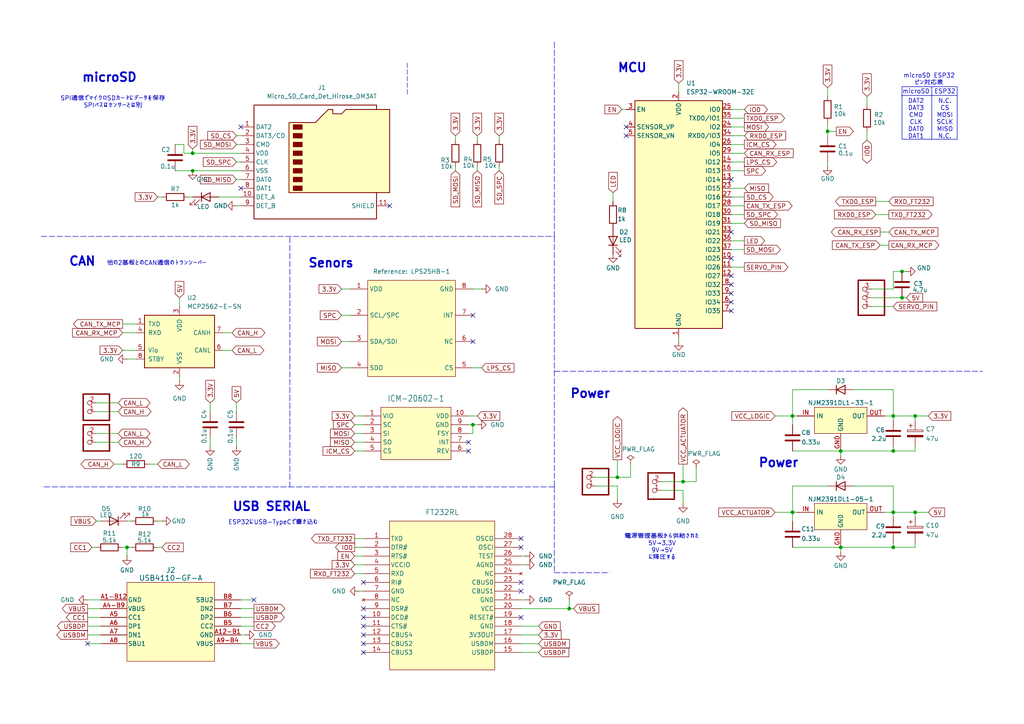
<source format=kicad_sch>
(kicad_sch (version 20231120) (generator "eeschema") (generator_version "8.0")
  (paper "A4")
  (lib_symbols
    (symbol "Connector:Micro_SD_Card_Det_Hirose_DM3AT"
      (property "Reference" "J" (at -16.51 17.78 0))
      (property "Value" "Micro_SD_Card_Det_Hirose_DM3AT" (at 16.51 17.78 0))
      (symbol "Micro_SD_Card_Det_Hirose_DM3AT_1_1"
        (pin bidirectional line (at -22.86 10.16 0) (length 3.81) (name "DAT2") (number "1"))
        (pin passive line (at -22.86 -10.16 0) (length 3.81) (name "DET_A") (number "10"))
        (pin passive line (at 20.32 -12.7 180) (length 3.81) (name "SHIELD") (number "11"))
        (pin bidirectional line (at -22.86 7.62 0) (length 3.81) (name "DAT3/CD") (number "2"))
        (pin input line (at -22.86 5.08 0) (length 3.81) (name "CMD") (number "3"))
        (pin power_in line (at -22.86 2.54 0) (length 3.81) (name "VDD") (number "4"))
        (pin input line (at -22.86 0 0) (length 3.81) (name "CLK") (number "5"))
        (pin power_in line (at -22.86 -2.54 0) (length 3.81) (name "VSS") (number "6"))
        (pin bidirectional line (at -22.86 -5.08 0) (length 3.81) (name "DAT0") (number "7"))
        (pin bidirectional line (at -22.86 -7.62 0) (length 3.81) (name "DAT1") (number "8"))
        (pin passive line (at -22.86 -12.7 0) (length 3.81) (name "DET_B") (number "9"))
      )
    )
    (symbol "Device:C" (pin_numbers hide) (pin_names (offset 0.254))
      (property "Reference" "C" (at 0.635 2.54 0))
      (property "Value" "C" (at 0.635 -2.54 0))
      (symbol "C_1_1"
        (pin passive line (at 0 3.81 270) (length 2.794) (name "~") (number "1"))
        (pin passive line (at 0 -3.81 90) (length 2.794) (name "~") (number "2"))
      )
    )
    (symbol "Device:C_Polarized" (pin_numbers hide) (pin_names (offset 0.254))
      (property "Reference" "C" (at 0.635 2.54 0))
      (property "Value" "C_Polarized" (at 0.635 -2.54 0))
      (symbol "C_Polarized_1_1"
        (pin passive line (at 0 3.81 270) (length 2.794) (name "~") (number "1"))
        (pin passive line (at 0 -3.81 90) (length 2.794) (name "~") (number "2"))
      )
    )
    (symbol "Device:D" (pin_numbers hide) (pin_names (offset 1.016) hide)
      (property "Reference" "D" (at 0 2.54 0))
      (property "Value" "D" (at 0 -2.54 0))
      (symbol "D_1_1"
        (pin passive line (at -3.81 0 0) (length 2.54) (name "K") (number "1"))
        (pin passive line (at 3.81 0 180) (length 2.54) (name "A") (number "2"))
      )
    )
    (symbol "Device:LED" (pin_numbers hide) (pin_names (offset 1.016) hide)
      (property "Reference" "D" (at 0 2.54 0))
      (property "Value" "LED" (at 0 -2.54 0))
      (symbol "LED_1_1"
        (pin passive line (at -3.81 0 0) (length 2.54) (name "K") (number "1"))
        (pin passive line (at 3.81 0 180) (length 2.54) (name "A") (number "2"))
      )
    )
    (symbol "Device:R" (pin_numbers hide) (pin_names (offset 0))
      (property "Reference" "R" (at 2.032 0 90))
      (property "Value" "R" (at 0 0 90))
      (symbol "R_1_1"
        (pin passive line (at 0 3.81 270) (length 1.27) (name "~") (number "1"))
        (pin passive line (at 0 -3.81 90) (length 1.27) (name "~") (number "2"))
      )
    )
    (symbol "FT232RL:FT232RL-REEL" (pin_names (offset 0.254))
      (property "Reference" "U" (at 22.86 10.16 0))
      (property "Value" "FT232RL" (at 22.86 7.62 0))
      (symbol "FT232RL-REEL_0_1"
        (pin unspecified line (at 0 0 0) (length 7.62) (name "TXD") (number "1"))
        (pin unspecified line (at 0 -22.86 0) (length 7.62) (name "DCD#") (number "10"))
        (pin unspecified line (at 0 -25.4 0) (length 7.62) (name "CTS#") (number "11"))
        (pin bidirectional line (at 0 -27.94 0) (length 7.62) (name "CBUS4") (number "12"))
        (pin bidirectional line (at 0 -30.48 0) (length 7.62) (name "CBUS2") (number "13"))
        (pin bidirectional line (at 0 -33.02 0) (length 7.62) (name "CBUS3") (number "14"))
        (pin unspecified line (at 45.72 -33.02 180) (length 7.62) (name "USBDP") (number "15"))
        (pin unspecified line (at 45.72 -30.48 180) (length 7.62) (name "USBDM") (number "16"))
        (pin output line (at 45.72 -27.94 180) (length 7.62) (name "3V3OUT") (number "17"))
        (pin unspecified line (at 45.72 -22.86 180) (length 7.62) (name "RESET#") (number "19"))
        (pin bidirectional line (at 45.72 -15.24 180) (length 7.62) (name "CBUS1") (number "22"))
        (pin bidirectional line (at 45.72 -12.7 180) (length 7.62) (name "CBUS0") (number "23"))
        (pin no_connect line (at 45.72 -10.16 180) (length 7.62) (name "NC") (number "24"))
        (pin power_out line (at 45.72 -7.62 180) (length 7.62) (name "AGND") (number "25"))
        (pin unspecified line (at 45.72 -2.54 180) (length 7.62) (name "OSCI") (number "27"))
        (pin unspecified line (at 45.72 0 180) (length 7.62) (name "OSCO") (number "28"))
        (pin unspecified line (at 0 -10.16 0) (length 7.62) (name "RXD") (number "5"))
        (pin unspecified line (at 0 -12.7 0) (length 7.62) (name "RI#") (number "6"))
        (pin no_connect line (at 0 -17.78 0) (length 7.62) (name "NC") (number "8"))
        (pin unspecified line (at 0 -20.32 0) (length 7.62) (name "DSR#") (number "9"))
      )
      (symbol "FT232RL-REEL_1_1"
        (pin input line (at 45.72 -25.4 180) (length 7.62) (name "GND") (number "18"))
        (pin output line (at 0 -2.54 0) (length 7.62) (name "DTR#") (number "2"))
        (pin power_in line (at 45.72 -20.32 180) (length 7.62) (name "VCC") (number "20"))
        (pin input line (at 45.72 -17.78 180) (length 7.62) (name "GND") (number "21"))
        (pin passive line (at 45.72 -5.08 180) (length 7.62) (name "TEST") (number "26"))
        (pin passive line (at 0 -5.08 0) (length 7.62) (name "RTS#") (number "3"))
        (pin power_in line (at 0 -7.62 0) (length 7.62) (name "VCCIO") (number "4"))
        (pin input line (at 0 -15.24 0) (length 7.62) (name "GND") (number "7"))
      )
    )
    (symbol "ICM20602_module:ICM20602_module"
      (property "Reference" "ICM20602" (at 5.334 3.81 0))
      (symbol "ICM20602_module_1_0"
        (pin bidirectional line (at 0 0 0) (length 5.08) (name "VIO") (number "1"))
        (pin bidirectional line (at 30.48 0 180) (length 5.08) (name "VDD") (number "10"))
        (pin bidirectional line (at 0 -2.54 0) (length 5.08) (name "SC") (number "2"))
        (pin bidirectional line (at 0 -5.08 0) (length 5.08) (name "SI") (number "3"))
        (pin bidirectional line (at 0 -7.62 0) (length 5.08) (name "SO") (number "4"))
        (pin bidirectional line (at 0 -10.16 0) (length 5.08) (name "CS") (number "5"))
        (pin bidirectional line (at 30.48 -10.16 180) (length 5.08) (name "REV") (number "6"))
        (pin bidirectional line (at 30.48 -7.62 180) (length 5.08) (name "INT") (number "7"))
        (pin bidirectional line (at 30.48 -5.08 180) (length 5.08) (name "FSY") (number "8"))
        (pin bidirectional line (at 30.48 -2.54 180) (length 5.08) (name "GND") (number "9"))
      )
    )
    (symbol "IL-G-2P:I-G-2P"
      (property "Reference" "ILG-2P" (at -3.81 3.175 0))
      (symbol "I-G-2P_1_0"
        (pin passive inverted (at 0 0 0) (length 2.54) (name "1") (number "1"))
        (pin passive inverted (at 0 -2.54 0) (length 2.54) (name "2") (number "2"))
      )
    )
    (symbol "IL-G-3P:IL-G-3P"
      (property "Reference" "ILG-3P" (at -3.81 5.715 0))
      (symbol "IL-G-3P_1_0"
        (pin passive inverted (at 0 2.54 0) (length 2.54) (name "1") (number "1"))
        (pin passive inverted (at 0 0 0) (length 2.54) (name "2") (number "2"))
        (pin passive inverted (at 0 -2.54 0) (length 2.54) (name "3") (number "3"))
      )
    )
    (symbol "Interface_CAN_LIN:MCP2562-E-SN" (pin_names (offset 1.016))
      (property "Reference" "U" (at -10.16 8.89 0))
      (property "Value" "MCP2562-E-SN" (at 2.54 8.89 0))
      (symbol "MCP2562-E-SN_1_1"
        (pin input line (at -12.7 5.08 0) (length 2.54) (name "TXD") (number "1"))
        (pin power_in line (at 0 -10.16 90) (length 2.54) (name "VSS") (number "2"))
        (pin power_in line (at 0 10.16 270) (length 2.54) (name "VDD") (number "3"))
        (pin output line (at -12.7 2.54 0) (length 2.54) (name "RXD") (number "4"))
        (pin power_in line (at -12.7 -2.54 0) (length 2.54) (name "Vio") (number "5"))
        (pin bidirectional line (at 12.7 -2.54 180) (length 2.54) (name "CANL") (number "6"))
        (pin bidirectional line (at 12.7 2.54 180) (length 2.54) (name "CANH") (number "7"))
        (pin input line (at -12.7 -5.08 0) (length 2.54) (name "STBY") (number "8"))
      )
    )
    (symbol "LPS25HB_module:LPS25HB"
      (property "Reference" "LPS25HB" (at 0.254 16.51 0) (show_name))
      (symbol "LPS25HB_1_0"
        (pin bidirectional line (at -17.78 11.43 0) (length 5.08) (name "VDD") (number "1"))
        (pin bidirectional line (at -17.78 3.81 0) (length 5.08) (name "SCL/SPC") (number "2"))
        (pin bidirectional line (at -17.78 -3.81 0) (length 5.08) (name "SDA/SDI") (number "3"))
        (pin bidirectional line (at -17.78 -11.43 0) (length 5.08) (name "SDO") (number "4"))
        (pin input line (at 17.78 -11.43 180) (length 5.08) (name "CS") (number "5"))
        (pin bidirectional line (at 17.78 -3.81 180) (length 5.08) (name "NC") (number "6"))
        (pin bidirectional line (at 17.78 3.81 180) (length 5.08) (name "INT") (number "7"))
        (pin bidirectional line (at 17.78 11.43 180) (length 5.08) (name "GND") (number "8"))
      )
    )
    (symbol "NJM2391DL:NJM2391DL1-33"
      (property "Reference" "NJM2391DL1-33" (at 0.254 4.318 0))
      (symbol "NJM2391DL1-33_1_0"
        (pin power_in line (at 0 -10.16 90) (length 5.08) (name "GND") (number "GND"))
        (pin input line (at -12.7 0 0) (length 5.08) (name "IN") (number "IN"))
        (pin output line (at 12.7 0 180) (length 5.08) (name "OUT") (number "OUT"))
      )
    )
    (symbol "RF_Module:ESP32-WROOM-32E"
      (property "Reference" "U" (at -12.7 34.29 0))
      (property "Value" "ESP32-WROOM-32E" (at 1.27 34.29 0))
      (symbol "ESP32-WROOM-32E_1_1"
        (pin power_in line (at 0 -35.56 90) (length 2.54) (name "GND") (number "1"))
        (pin bidirectional line (at 15.24 -12.7 180) (length 2.54) (name "IO25") (number "10"))
        (pin bidirectional line (at 15.24 -15.24 180) (length 2.54) (name "IO26") (number "11"))
        (pin bidirectional line (at 15.24 -17.78 180) (length 2.54) (name "IO27") (number "12"))
        (pin bidirectional line (at 15.24 10.16 180) (length 2.54) (name "IO14") (number "13"))
        (pin bidirectional line (at 15.24 15.24 180) (length 2.54) (name "IO12") (number "14"))
        (pin passive line (at 0 -35.56 90) (length 2.54) hide (name "GND") (number "15"))
        (pin bidirectional line (at 15.24 12.7 180) (length 2.54) (name "IO13") (number "16"))
        (pin no_connect line (at -12.7 -5.08 0) (length 2.54) hide (name "NC") (number "17"))
        (pin no_connect line (at -12.7 -7.62 0) (length 2.54) hide (name "NC") (number "18"))
        (pin no_connect line (at -12.7 -12.7 0) (length 2.54) hide (name "NC") (number "19"))
        (pin power_in line (at 0 35.56 270) (length 2.54) (name "VDD") (number "2"))
        (pin no_connect line (at -12.7 -10.16 0) (length 2.54) hide (name "NC") (number "20"))
        (pin no_connect line (at -12.7 0 0) (length 2.54) hide (name "NC") (number "21"))
        (pin no_connect line (at -12.7 -2.54 0) (length 2.54) hide (name "NC") (number "22"))
        (pin bidirectional line (at 15.24 7.62 180) (length 2.54) (name "IO15") (number "23"))
        (pin bidirectional line (at 15.24 25.4 180) (length 2.54) (name "IO2") (number "24"))
        (pin bidirectional line (at 15.24 30.48 180) (length 2.54) (name "IO0") (number "25"))
        (pin bidirectional line (at 15.24 20.32 180) (length 2.54) (name "IO4") (number "26"))
        (pin bidirectional line (at 15.24 5.08 180) (length 2.54) (name "IO16") (number "27"))
        (pin bidirectional line (at 15.24 2.54 180) (length 2.54) (name "IO17") (number "28"))
        (pin bidirectional line (at 15.24 17.78 180) (length 2.54) (name "IO5") (number "29"))
        (pin input line (at -15.24 30.48 0) (length 2.54) (name "EN") (number "3"))
        (pin bidirectional line (at 15.24 0 180) (length 2.54) (name "IO18") (number "30"))
        (pin bidirectional line (at 15.24 -2.54 180) (length 2.54) (name "IO19") (number "31"))
        (pin no_connect line (at -12.7 -27.94 0) (length 2.54) hide (name "NC") (number "32"))
        (pin bidirectional line (at 15.24 -5.08 180) (length 2.54) (name "IO21") (number "33"))
        (pin bidirectional line (at 15.24 22.86 180) (length 2.54) (name "RXD0/IO3") (number "34"))
        (pin bidirectional line (at 15.24 27.94 180) (length 2.54) (name "TXD0/IO1") (number "35"))
        (pin bidirectional line (at 15.24 -7.62 180) (length 2.54) (name "IO22") (number "36"))
        (pin bidirectional line (at 15.24 -10.16 180) (length 2.54) (name "IO23") (number "37"))
        (pin passive line (at 0 -35.56 90) (length 2.54) hide (name "GND") (number "38"))
        (pin passive line (at 0 -35.56 90) (length 2.54) hide (name "GND") (number "39"))
        (pin input line (at -15.24 25.4 0) (length 2.54) (name "SENSOR_VP") (number "4"))
        (pin input line (at -15.24 22.86 0) (length 2.54) (name "SENSOR_VN") (number "5"))
        (pin input line (at 15.24 -25.4 180) (length 2.54) (name "IO34") (number "6"))
        (pin input line (at 15.24 -27.94 180) (length 2.54) (name "IO35") (number "7"))
        (pin bidirectional line (at 15.24 -20.32 180) (length 2.54) (name "IO32") (number "8"))
        (pin bidirectional line (at 15.24 -22.86 180) (length 2.54) (name "IO33") (number "9"))
      )
    )
    (symbol "USB-4110-GF-A:USB4110-GF-A" (pin_names (offset 0.254))
      (property "Reference" "J" (at 20.32 10.16 0))
      (property "Value" "USB4110-GF-A" (at 20.32 7.62 0))
      (symbol "USB4110-GF-A_0_1"
        (pin power_in line (at 0 -2.54 0) (length 7.62) (name "VBUS") (number "A4-B9"))
        (pin bidirectional line (at 0 -5.08 0) (length 7.62) (name "CC1") (number "A5"))
        (pin bidirectional line (at 0 -7.62 0) (length 7.62) (name "DP1") (number "A6"))
        (pin bidirectional line (at 0 -10.16 0) (length 7.62) (name "DN1") (number "A7"))
        (pin bidirectional line (at 0 -12.7 0) (length 7.62) (name "SBU1") (number "A8"))
        (pin power_in line (at 40.64 -12.7 180) (length 7.62) (name "VBUS") (number "A9-B4"))
        (pin bidirectional line (at 40.64 -7.62 180) (length 7.62) (name "CC2") (number "B5"))
        (pin bidirectional line (at 40.64 -5.08 180) (length 7.62) (name "DP2") (number "B6"))
        (pin bidirectional line (at 40.64 -2.54 180) (length 7.62) (name "DN2") (number "B7"))
        (pin bidirectional line (at 40.64 0 180) (length 7.62) (name "SBU2") (number "B8"))
      )
      (symbol "USB4110-GF-A_1_1"
        (pin power_in line (at 0 0 0) (length 7.62) (name "GND") (number "A1-B12"))
        (pin power_in line (at 40.64 -10.16 180) (length 7.62) (name "GND") (number "A12-B1"))
      )
    )
    (symbol "power:GND" (power) (pin_numbers hide) (pin_names (offset 0) hide)
      (property "Value" "GND" (at 0 -3.81 0))
      (symbol "GND_1_1"
        (pin power_in line (at 0 0 270) (length 0) (name "~") (number "1"))
      )
    )
    (symbol "power:PWR_FLAG" (power) (pin_numbers hide) (pin_names (offset 0) hide)
      (property "Value" "PWR_FLAG" (at 0 3.81 0))
      (symbol "PWR_FLAG_0_0"
        (pin power_out line (at 0 0 90) (length 0) (name "~") (number "1"))
      )
    )
  )
  (junction (at 240.03 38.1))
  (junction (at 265.43 120.65))
  (junction (at 243.84 130.81))
  (junction (at 229.87 148.59))
  (junction (at 137.16 123.19))
  (junction (at 55.88 49.53))
  (junction (at 179.07 138.43))
  (junction (at 259.08 120.65))
  (junction (at 261.62 86.36))
  (junction (at 165.1 176.53))
  (junction (at 198.12 139.7))
  (junction (at 261.62 78.74))
  (junction (at 259.08 130.81))
  (junction (at 243.84 158.75))
  (junction (at 259.08 158.75))
  (junction (at 36.83 158.75))
  (junction (at 259.08 148.59))
  (junction (at 265.43 148.59))
  (junction (at 55.88 44.45))
  (junction (at 229.87 120.65))
  (no_connect (at 212.09 52.07))
  (no_connect (at 105.41 179.07))
  (no_connect (at 151.13 171.45))
  (no_connect (at 105.41 168.91))
  (no_connect (at 151.13 168.91))
  (no_connect (at 105.41 181.61))
  (no_connect (at 212.09 87.63))
  (no_connect (at 105.41 176.53))
  (no_connect (at 212.09 74.93))
  (no_connect (at 137.16 91.44))
  (no_connect (at 212.09 82.55))
  (no_connect (at 151.13 179.07))
  (no_connect (at 105.41 184.15))
  (no_connect (at 69.85 36.83))
  (no_connect (at 69.85 54.61))
  (no_connect (at 181.61 39.37))
  (no_connect (at 212.09 80.01))
  (no_connect (at 212.09 90.17))
  (no_connect (at 105.41 186.69))
  (no_connect (at 105.41 189.23))
  (no_connect (at 25.4 186.69))
  (no_connect (at 135.89 128.27))
  (no_connect (at 113.03 59.69))
  (no_connect (at 181.61 36.83))
  (no_connect (at 212.09 85.09))
  (no_connect (at 151.13 158.75))
  (no_connect (at 212.09 67.31))
  (no_connect (at 73.66 173.99))
  (no_connect (at 135.89 130.81))
  (no_connect (at 151.13 156.21))
  (no_connect (at 137.16 99.06))
  (wire (pts (xy 172.72 140.97) (xy 179.07 140.97)))
  (wire (pts (xy 247.65 140.97) (xy 259.08 140.97)))
  (wire (pts (xy 35.56 96.52) (xy 39.37 96.52)))
  (wire (pts (xy 45.72 158.75) (xy 46.99 158.75)))
  (wire (pts (xy 196.85 24.13) (xy 196.85 26.67)))
  (wire (pts (xy 215.9 69.85) (xy 212.09 69.85)))
  (wire (pts (xy 179.07 138.43) (xy 182.88 138.43)))
  (wire (pts (xy 102.87 158.75) (xy 105.41 158.75)))
  (wire (pts (xy 198.12 139.7) (xy 201.93 139.7)))
  (wire (pts (xy 25.4 181.61) (xy 29.21 181.61)))
  (wire (pts (xy 99.06 106.68) (xy 101.6 106.68)))
  (wire (pts (xy 259.08 148.59) (xy 259.08 149.86)))
  (wire (pts (xy 243.84 130.81) (xy 243.84 132.08)))
  (wire (pts (xy 259.08 129.54) (xy 259.08 130.81)))
  (wire (pts (xy 69.85 173.99) (xy 73.66 173.99)))
  (wire (pts (xy 215.9 57.15) (xy 212.09 57.15)))
  (wire (pts (xy 165.1 176.53) (xy 166.37 176.53)))
  (wire (pts (xy 240.03 25.4) (xy 240.03 27.94)))
  (wire (pts (xy 53.34 41.91) (xy 53.34 44.45)))
  (wire (pts (xy 25.4 179.07) (xy 29.21 179.07)))
  (wire (pts (xy 256.54 120.65) (xy 259.08 120.65)))
  (wire (pts (xy 68.58 119.38) (xy 68.58 116.84)))
  (wire (pts (xy 138.43 39.37) (xy 138.43 40.64)))
  (polyline (pts (xy 261.62 27.686) (xy 261.62 27.94)))
  (wire (pts (xy 231.14 120.65) (xy 229.87 120.65)))
  (wire (pts (xy 99.06 91.44) (xy 101.6 91.44)))
  (wire (pts (xy 64.77 101.6) (xy 67.31 101.6)))
  (wire (pts (xy 25.4 184.15) (xy 29.21 184.15)))
  (wire (pts (xy 251.46 38.1) (xy 251.46 40.64)))
  (wire (pts (xy 182.88 134.62) (xy 182.88 138.43)))
  (wire (pts (xy 229.87 113.03) (xy 240.03 113.03)))
  (wire (pts (xy 265.43 120.65) (xy 269.24 120.65)))
  (wire (pts (xy 55.88 49.53) (xy 69.85 49.53)))
  (wire (pts (xy 252.73 86.36) (xy 261.62 86.36)))
  (wire (pts (xy 25.4 186.69) (xy 29.21 186.69)))
  (wire (pts (xy 215.9 41.91) (xy 212.09 41.91)))
  (wire (pts (xy 243.84 158.75) (xy 243.84 160.02)))
  (wire (pts (xy 45.72 57.15) (xy 46.99 57.15)))
  (wire (pts (xy 27.94 151.13) (xy 29.21 151.13)))
  (wire (pts (xy 259.08 140.97) (xy 259.08 148.59)))
  (wire (pts (xy 240.03 38.1) (xy 240.03 39.37)))
  (wire (pts (xy 63.5 57.15) (xy 69.85 57.15)))
  (wire (pts (xy 240.03 46.99) (xy 240.03 48.26)))
  (wire (pts (xy 35.56 158.75) (xy 36.83 158.75)))
  (wire (pts (xy 36.83 151.13) (xy 38.1 151.13)))
  (wire (pts (xy 69.85 184.15) (xy 71.12 184.15)))
  (wire (pts (xy 102.87 163.83) (xy 105.41 163.83)))
  (wire (pts (xy 257.81 58.42) (xy 254 58.42)))
  (wire (pts (xy 151.13 173.99) (xy 152.4 173.99)))
  (wire (pts (xy 99.06 99.06) (xy 101.6 99.06)))
  (wire (pts (xy 132.08 48.26) (xy 132.08 49.53)))
  (wire (pts (xy 69.85 181.61) (xy 73.66 181.61)))
  (wire (pts (xy 261.62 78.74) (xy 262.89 78.74)))
  (wire (pts (xy 215.9 54.61) (xy 212.09 54.61)))
  (wire (pts (xy 102.87 128.27) (xy 105.41 128.27)))
  (wire (pts (xy 229.87 148.59) (xy 229.87 140.97)))
  (wire (pts (xy 151.13 176.53) (xy 165.1 176.53)))
  (wire (pts (xy 180.34 31.75) (xy 181.61 31.75)))
  (wire (pts (xy 252.73 83.82) (xy 259.08 83.82)))
  (wire (pts (xy 68.58 46.99) (xy 69.85 46.99)))
  (wire (pts (xy 151.13 161.29) (xy 152.4 161.29)))
  (wire (pts (xy 151.13 184.15) (xy 156.21 184.15)))
  (wire (pts (xy 50.8 41.91) (xy 53.34 41.91)))
  (wire (pts (xy 102.87 120.65) (xy 105.41 120.65)))
  (wire (pts (xy 165.1 173.99) (xy 165.1 176.53)))
  (wire (pts (xy 224.79 148.59) (xy 229.87 148.59)))
  (wire (pts (xy 137.16 123.19) (xy 138.43 123.19)))
  (wire (pts (xy 26.67 158.75) (xy 27.94 158.75)))
  (wire (pts (xy 240.03 35.56) (xy 240.03 38.1)))
  (wire (pts (xy 196.85 97.79) (xy 196.85 99.06)))
  (polyline (pts (xy 270.256 25.146) (xy 270.256 40.386)))
  (wire (pts (xy 259.08 120.65) (xy 265.43 120.65)))
  (polyline (pts (xy 160.782 141.224) (xy 160.782 166.116)) (stroke (width 0) (type dash)))
  (wire (pts (xy 36.83 158.75) (xy 38.1 158.75)))
  (wire (pts (xy 229.87 120.65) (xy 229.87 113.03)))
  (wire (pts (xy 191.77 142.24) (xy 198.12 142.24)))
  (wire (pts (xy 215.9 36.83) (xy 212.09 36.83)))
  (wire (pts (xy 212.09 39.37) (xy 215.9 39.37)))
  (wire (pts (xy 243.84 130.81) (xy 259.08 130.81)))
  (wire (pts (xy 138.43 120.65) (xy 135.89 120.65)))
  (wire (pts (xy 265.43 121.92) (xy 265.43 120.65)))
  (wire (pts (xy 99.06 83.82) (xy 101.6 83.82)))
  (wire (pts (xy 231.14 148.59) (xy 229.87 148.59)))
  (polyline (pts (xy 118.11 18.288) (xy 118.11 27.432)) (stroke (width 0.127) (type dash)))
  (wire (pts (xy 265.43 158.75) (xy 259.08 158.75)))
  (wire (pts (xy 151.13 189.23) (xy 156.21 189.23)))
  (wire (pts (xy 215.9 77.47) (xy 212.09 77.47)))
  (wire (pts (xy 177.8 55.88) (xy 177.8 58.42)))
  (polyline (pts (xy 160.782 12.192) (xy 160.782 68.58)) (stroke (width 0) (type dash)))
  (wire (pts (xy 64.77 96.52) (xy 67.31 96.52)))
  (wire (pts (xy 259.08 157.48) (xy 259.08 158.75)))
  (wire (pts (xy 255.27 71.12) (xy 257.81 71.12)))
  (wire (pts (xy 69.85 186.69) (xy 73.66 186.69)))
  (wire (pts (xy 139.7 106.68) (xy 137.16 106.68)))
  (polyline (pts (xy 84.074 68.834) (xy 84.074 141.224)) (stroke (width 0) (type dash)))
  (wire (pts (xy 102.87 161.29) (xy 105.41 161.29)))
  (wire (pts (xy 25.4 173.99) (xy 29.21 173.99)))
  (wire (pts (xy 55.88 44.45) (xy 69.85 44.45)))
  (wire (pts (xy 215.9 72.39) (xy 212.09 72.39)))
  (wire (pts (xy 215.9 64.77) (xy 212.09 64.77)))
  (polyline (pts (xy 277.622 27.686) (xy 261.62 27.686)))
  (wire (pts (xy 104.14 171.45) (xy 105.41 171.45)))
  (wire (pts (xy 68.58 129.54) (xy 68.58 127)))
  (wire (pts (xy 198.12 134.62) (xy 198.12 139.7)))
  (wire (pts (xy 229.87 120.65) (xy 229.87 123.19)))
  (wire (pts (xy 255.27 67.31) (xy 257.81 67.31)))
  (wire (pts (xy 43.18 134.62) (xy 45.72 134.62)))
  (wire (pts (xy 27.94 125.73) (xy 34.29 125.73)))
  (wire (pts (xy 215.9 46.99) (xy 212.09 46.99)))
  (wire (pts (xy 243.84 158.75) (xy 259.08 158.75)))
  (wire (pts (xy 33.02 134.62) (xy 35.56 134.62)))
  (wire (pts (xy 215.9 59.69) (xy 212.09 59.69)))
  (wire (pts (xy 212.09 49.53) (xy 215.9 49.53)))
  (wire (pts (xy 247.65 113.03) (xy 259.08 113.03)))
  (wire (pts (xy 151.13 163.83) (xy 152.4 163.83)))
  (wire (pts (xy 243.84 158.75) (xy 229.87 158.75)))
  (polyline (pts (xy 160.782 166.116) (xy 176.784 166.116)) (stroke (width 0) (type dash)))
  (wire (pts (xy 151.13 181.61) (xy 156.21 181.61)))
  (wire (pts (xy 52.07 86.36) (xy 52.07 88.9)))
  (wire (pts (xy 53.34 44.45) (xy 55.88 44.45)))
  (wire (pts (xy 259.08 83.82) (xy 259.08 78.74)))
  (wire (pts (xy 36.83 104.14) (xy 39.37 104.14)))
  (wire (pts (xy 172.72 138.43) (xy 179.07 138.43)))
  (wire (pts (xy 52.07 109.22) (xy 52.07 110.49)))
  (wire (pts (xy 212.09 34.29) (xy 215.9 34.29)))
  (wire (pts (xy 102.87 125.73) (xy 105.41 125.73)))
  (wire (pts (xy 259.08 120.65) (xy 259.08 121.92)))
  (wire (pts (xy 265.43 130.81) (xy 265.43 129.54)))
  (wire (pts (xy 179.07 140.97) (xy 179.07 144.78)))
  (wire (pts (xy 102.87 123.19) (xy 105.41 123.19)))
  (wire (pts (xy 265.43 148.59) (xy 269.24 148.59)))
  (polyline (pts (xy 160.782 141.224) (xy 12.192 141.224)) (stroke (width 0) (type dash)))
  (polyline (pts (xy 11.938 68.58) (xy 160.782 68.58)) (stroke (width 0) (type dash)))
  (wire (pts (xy 69.85 176.53) (xy 73.66 176.53)))
  (wire (pts (xy 68.58 59.69) (xy 69.85 59.69)))
  (wire (pts (xy 265.43 130.81) (xy 259.08 130.81)))
  (wire (pts (xy 252.73 88.9) (xy 259.08 88.9)))
  (wire (pts (xy 240.03 38.1) (xy 242.57 38.1)))
  (wire (pts (xy 68.58 41.91) (xy 69.85 41.91)))
  (wire (pts (xy 68.58 39.37) (xy 69.85 39.37)))
  (wire (pts (xy 68.58 52.07) (xy 69.85 52.07)))
  (wire (pts (xy 27.94 128.27) (xy 34.29 128.27)))
  (wire (pts (xy 201.93 135.89) (xy 201.93 139.7)))
  (wire (pts (xy 135.89 125.73) (xy 137.16 125.73)))
  (wire (pts (xy 137.16 125.73) (xy 137.16 123.19)))
  (wire (pts (xy 144.78 39.37) (xy 144.78 40.64)))
  (wire (pts (xy 54.61 57.15) (xy 55.88 57.15)))
  (wire (pts (xy 50.8 49.53) (xy 55.88 49.53)))
  (wire (pts (xy 224.79 120.65) (xy 229.87 120.65)))
  (wire (pts (xy 229.87 148.59) (xy 229.87 151.13)))
  (wire (pts (xy 259.08 78.74) (xy 261.62 78.74)))
  (wire (pts (xy 151.13 186.69) (xy 156.21 186.69)))
  (wire (pts (xy 212.09 44.45) (xy 215.9 44.45)))
  (wire (pts (xy 55.88 43.18) (xy 55.88 44.45)))
  (polyline (pts (xy 160.782 68.58) (xy 160.782 141.224)) (stroke (width 0) (type dash)))
  (wire (pts (xy 144.78 48.26) (xy 144.78 49.53)))
  (wire (pts (xy 60.96 127) (xy 60.96 129.54)))
  (wire (pts (xy 212.09 31.75) (xy 215.9 31.75)))
  (wire (pts (xy 179.07 133.35) (xy 179.07 138.43)))
  (wire (pts (xy 25.4 176.53) (xy 29.21 176.53)))
  (wire (pts (xy 261.62 86.36) (xy 262.89 86.36)))
  (wire (pts (xy 35.56 101.6) (xy 39.37 101.6)))
  (wire (pts (xy 259.08 113.03) (xy 259.08 120.65)))
  (wire (pts (xy 251.46 27.94) (xy 251.46 30.48)))
  (wire (pts (xy 138.43 48.26) (xy 138.43 49.53)))
  (wire (pts (xy 257.81 62.23) (xy 254 62.23)))
  (wire (pts (xy 229.87 140.97) (xy 240.03 140.97)))
  (wire (pts (xy 69.85 179.07) (xy 73.66 179.07)))
  (wire (pts (xy 265.43 158.75) (xy 265.43 157.48)))
  (wire (pts (xy 102.87 156.21) (xy 105.41 156.21)))
  (wire (pts (xy 256.54 148.59) (xy 259.08 148.59)))
  (wire (pts (xy 36.83 158.75) (xy 36.83 161.29)))
  (wire (pts (xy 35.56 93.98) (xy 39.37 93.98)))
  (wire (pts (xy 132.08 39.37) (xy 132.08 40.64)))
  (wire (pts (xy 139.7 83.82) (xy 137.16 83.82)))
  (wire (pts (xy 259.08 148.59) (xy 265.43 148.59)))
  (wire (pts (xy 191.77 139.7) (xy 198.12 139.7)))
  (wire (pts (xy 27.94 119.38) (xy 34.29 119.38)))
  (wire (pts (xy 45.72 151.13) (xy 46.99 151.13)))
  (wire (pts (xy 60.96 116.84) (xy 60.96 119.38)))
  (wire (pts (xy 27.94 116.84) (xy 34.29 116.84)))
  (wire (pts (xy 265.43 149.86) (xy 265.43 148.59)))
  (wire (pts (xy 215.9 62.23) (xy 212.09 62.23)))
  (wire (pts (xy 135.89 123.19) (xy 137.16 123.19)))
  (polyline (pts (xy 160.782 107.696) (xy 284.988 107.696)) (stroke (width 0) (type dash)))
  (wire (pts (xy 198.12 142.24) (xy 198.12 146.05)))
  (wire (pts (xy 102.87 166.37) (xy 105.41 166.37)))
  (wire (pts (xy 102.87 130.81) (xy 105.41 130.81)))
  (wire (pts (xy 243.84 130.81) (xy 229.87 130.81)))
  (rectangle (start 261.62 25.146) (end 277.622 40.386))
  (text "microSD ESP32\nピン対応表" (at 269.494 23.114 0) (effects (font (size 1.27 1.27))))
  (text "他の2基板とのCAN通信のトランシーバー" (at 45.466 76.454 0) (effects (font (size 1.27 1.27))))
  (text "USB SERIAL" (at 78.74 147.066 0) (effects (font (size 2.54 2.54) (thickness 0.508) (bold yes))))
  (text "Power" (at 171.196 114.3 0) (effects (font (size 2.54 2.54) (thickness 0.508) (bold yes))))
  (text "Power" (at 225.806 134.366 0) (effects (font (size 2.54 2.54) (thickness 0.508) (bold yes))))
  (text "DAT2\nDAT3\nCMD\nCLK\nDAT0\nDAT1" (at 265.684 34.544 0) (effects (font (size 1.27 1.27))))
  (text "N.C.\nCS\nMOSI\nSCLK\nMISO\nN.C." (at 274.066 34.544 0) (effects (font (size 1.27 1.27))))
  (text "CAN\n" (at 23.876 75.946 0) (effects (font (size 2.54 2.54) (thickness 0.508) (bold yes))))
  (text "microSD" (at 265.684 26.67 0) (effects (font (size 1.27 1.27))))
  (text "Senors" (at 96.012 76.454 0) (effects (font (size 2.54 2.54) (thickness 0.508) (bold yes))))
  (text "ESP32にUSB-TypeCで書き込む\n" (at 79.248 151.638 0) (effects (font (size 1.27 1.27))))
  (text "電源管理基板から供給された\n5V→3.3V\n9V→5V\nに降圧する\n" (at 192.024 158.75 0) (effects (font (size 1.27 1.27))))
  (text "SPI通信でマイクロSDカードにデータを保存\nSPIバスはセンサーとは別" (at 32.766 29.718 0) (effects (font (size 1.27 1.27))))
  (text "ESP32" (at 274.066 26.67 0) (effects (font (size 1.27 1.27))))
  (text "MCU" (at 183.388 19.812 0) (effects (font (size 2.54 2.54) (thickness 0.508) (bold yes))))
  (text "microSD" (at 31.75 22.606 0) (effects (font (size 2.54 2.54) (thickness 0.508) (bold yes))))
  (global_label "EN" (shape input) (at 180.34 31.75 180) (property "Intersheetrefs" "${INTERSHEET_REFS}" (effects (hide yes))))
  (global_label "LPS_CS" (shape output) (at 215.9 46.99 0) (property "Intersheetrefs" "${INTERSHEET_REFS}" (effects (hide yes))))
  (global_label "MISO" (shape input) (at 99.06 106.68 180) (property "Intersheetrefs" "${INTERSHEET_REFS}" (effects (hide yes))))
  (global_label "MOSI" (shape output) (at 215.9 36.83 0) (property "Intersheetrefs" "${INTERSHEET_REFS}" (effects (hide yes))))
  (global_label "TXD_FT232" (shape output) (at 257.81 62.23 0) (property "Intersheetrefs" "${INTERSHEET_REFS}" (effects (hide yes))))
  (global_label "3.3V" (shape input) (at 240.03 25.4 90) (property "Intersheetrefs" "${INTERSHEET_REFS}" (effects (hide yes))))
  (global_label "CAN_L" (shape bidirectional) (at 45.72 134.62 0) (property "Intersheetrefs" "${INTERSHEET_REFS}" (effects (hide yes))))
  (global_label "5V" (shape input) (at 269.24 148.59 0) (property "Intersheetrefs" "${INTERSHEET_REFS}" (effects (hide yes))))
  (global_label "MISO" (shape input) (at 102.87 128.27 180) (property "Intersheetrefs" "${INTERSHEET_REFS}" (effects (hide yes))))
  (global_label "SD_SPC" (shape input) (at 68.58 46.99 180) (property "Intersheetrefs" "${INTERSHEET_REFS}" (effects (hide yes))))
  (global_label "IO0" (shape output) (at 102.87 158.75 180) (property "Intersheetrefs" "${INTERSHEET_REFS}" (effects (hide yes))))
  (global_label "TXD_FT232" (shape output) (at 102.87 156.21 180) (property "Intersheetrefs" "${INTERSHEET_REFS}" (effects (hide yes))))
  (global_label "5V" (shape input) (at 52.07 86.36 90) (property "Intersheetrefs" "${INTERSHEET_REFS}" (effects (hide yes))))
  (global_label "LPS_CS" (shape input) (at 139.7 106.68 0) (property "Intersheetrefs" "${INTERSHEET_REFS}" (effects (hide yes))))
  (global_label "TXD0_ESP" (shape output) (at 215.9 34.29 0) (property "Intersheetrefs" "${INTERSHEET_REFS}" (effects (hide yes))))
  (global_label "3.3V" (shape input) (at 144.78 39.37 90) (property "Intersheetrefs" "${INTERSHEET_REFS}" (effects (hide yes))))
  (global_label "SD_CS" (shape output) (at 215.9 57.15 0) (property "Intersheetrefs" "${INTERSHEET_REFS}" (effects (hide yes))))
  (global_label "CAN_TX_MCP" (shape output) (at 35.56 93.98 180) (property "Intersheetrefs" "${INTERSHEET_REFS}" (effects (hide yes))))
  (global_label "USBDP" (shape output) (at 25.4 181.61 180) (property "Intersheetrefs" "${INTERSHEET_REFS}" (effects (hide yes))))
  (global_label "CAN_H" (shape bidirectional) (at 33.02 134.62 180) (property "Intersheetrefs" "${INTERSHEET_REFS}" (effects (hide yes))))
  (global_label "VCC_ACTUATOR" (shape output) (at 198.12 134.62 90) (property "Intersheetrefs" "${INTERSHEET_REFS}" (effects (hide yes))))
  (global_label "RXD_FT232" (shape input) (at 102.87 166.37 180) (property "Intersheetrefs" "${INTERSHEET_REFS}" (effects (hide yes))))
  (global_label "MOSI" (shape input) (at 102.87 125.73 180) (property "Intersheetrefs" "${INTERSHEET_REFS}" (effects (hide yes))))
  (global_label "CAN_RX_MCP" (shape input) (at 35.56 96.52 180) (property "Intersheetrefs" "${INTERSHEET_REFS}" (effects (hide yes))))
  (global_label "CAN_H" (shape bidirectional) (at 34.29 128.27 0) (property "Intersheetrefs" "${INTERSHEET_REFS}" (effects (hide yes))))
  (global_label "VCC_LOGIC" (shape input) (at 224.79 120.65 180) (property "Intersheetrefs" "${INTERSHEET_REFS}" (effects (hide yes))))
  (global_label "ICM_CS" (shape input) (at 102.87 130.81 180) (property "Intersheetrefs" "${INTERSHEET_REFS}" (effects (hide yes))))
  (global_label "CAN_L" (shape bidirectional) (at 34.29 125.73 0) (property "Intersheetrefs" "${INTERSHEET_REFS}" (effects (hide yes))))
  (global_label "SPC" (shape input) (at 102.87 123.19 180) (property "Intersheetrefs" "${INTERSHEET_REFS}" (effects (hide yes))))
  (global_label "3.3V" (shape input) (at 45.72 57.15 180) (property "Intersheetrefs" "${INTERSHEET_REFS}" (effects (hide yes))))
  (global_label "VBUS" (shape input) (at 27.94 151.13 180) (property "Intersheetrefs" "${INTERSHEET_REFS}" (effects (hide yes))))
  (global_label "RXD_FT232" (shape input) (at 257.81 58.42 0) (property "Intersheetrefs" "${INTERSHEET_REFS}" (effects (hide yes))))
  (global_label "SERVO_PIN" (shape input) (at 259.08 88.9 0) (property "Intersheetrefs" "${INTERSHEET_REFS}" (effects (hide yes))))
  (global_label "EN" (shape input) (at 102.87 161.29 180) (property "Intersheetrefs" "${INTERSHEET_REFS}" (effects (hide yes))))
  (global_label "3.3V" (shape input) (at 132.08 39.37 90) (property "Intersheetrefs" "${INTERSHEET_REFS}" (effects (hide yes))))
  (global_label "USBDP" (shape input) (at 156.21 189.23 0) (property "Intersheetrefs" "${INTERSHEET_REFS}" (effects (hide yes))))
  (global_label "3.3V" (shape input) (at 99.06 83.82 180) (property "Intersheetrefs" "${INTERSHEET_REFS}" (effects (hide yes))))
  (global_label "5V" (shape input) (at 68.58 116.84 90) (property "Intersheetrefs" "${INTERSHEET_REFS}" (effects (hide yes))))
  (global_label "MOSI" (shape input) (at 99.06 99.06 180) (property "Intersheetrefs" "${INTERSHEET_REFS}" (effects (hide yes))))
  (global_label "EN" (shape output) (at 242.57 38.1 0) (property "Intersheetrefs" "${INTERSHEET_REFS}" (effects (hide yes))))
  (global_label "SD_CS" (shape input) (at 68.58 39.37 180) (property "Intersheetrefs" "${INTERSHEET_REFS}" (effects (hide yes))))
  (global_label "CC1" (shape input) (at 26.67 158.75 180) (property "Intersheetrefs" "${INTERSHEET_REFS}" (effects (hide yes))))
  (global_label "RXD0_ESP" (shape input) (at 254 62.23 180) (property "Intersheetrefs" "${INTERSHEET_REFS}" (effects (hide yes))))
  (global_label "CAN_L" (shape bidirectional) (at 34.29 116.84 0) (property "Intersheetrefs" "${INTERSHEET_REFS}" (effects (hide yes))))
  (global_label "CAN_TX_ESP" (shape output) (at 215.9 59.69 0) (property "Intersheetrefs" "${INTERSHEET_REFS}" (effects (hide yes))))
  (global_label "3.3V" (shape input) (at 55.88 43.18 90) (property "Intersheetrefs" "${INTERSHEET_REFS}" (effects (hide yes))))
  (global_label "SD_MOSI" (shape output) (at 215.9 72.39 0) (property "Intersheetrefs" "${INTERSHEET_REFS}" (effects (hide yes))))
  (global_label "SD_SPC" (shape output) (at 215.9 62.23 0) (property "Intersheetrefs" "${INTERSHEET_REFS}" (effects (hide yes))))
  (global_label "VCC_ACTUATOR" (shape input) (at 224.79 148.59 180) (property "Intersheetrefs" "${INTERSHEET_REFS}" (effects (hide yes))))
  (global_label "SPC" (shape output) (at 215.9 49.53 0) (property "Intersheetrefs" "${INTERSHEET_REFS}" (effects (hide yes))))
  (global_label "USBDM" (shape input) (at 156.21 186.69 0) (property "Intersheetrefs" "${INTERSHEET_REFS}" (effects (hide yes))))
  (global_label "3.3V" (shape input) (at 251.46 27.94 90) (property "Intersheetrefs" "${INTERSHEET_REFS}" (effects (hide yes))))
  (global_label "3.3V" (shape input) (at 138.43 39.37 90) (property "Intersheetrefs" "${INTERSHEET_REFS}" (effects (hide yes))))
  (global_label "VCC_LOGIC" (shape output) (at 179.07 133.35 90) (property "Intersheetrefs" "${INTERSHEET_REFS}" (effects (hide yes))))
  (global_label "3.3V" (shape input) (at 102.87 120.65 180) (property "Intersheetrefs" "${INTERSHEET_REFS}" (effects (hide yes))))
  (global_label "3.3V" (shape input) (at 269.24 120.65 0) (property "Intersheetrefs" "${INTERSHEET_REFS}" (effects (hide yes))))
  (global_label "USBDM" (shape output) (at 25.4 184.15 180) (property "Intersheetrefs" "${INTERSHEET_REFS}" (effects (hide yes))))
  (global_label "SD_MOSI" (shape input) (at 68.58 41.91 180) (property "Intersheetrefs" "${INTERSHEET_REFS}" (effects (hide yes))))
  (global_label "RXD0_ESP" (shape input) (at 215.9 39.37 0) (property "Intersheetrefs" "${INTERSHEET_REFS}" (effects (hide yes))))
  (global_label "MISO" (shape input) (at 215.9 54.61 0) (property "Intersheetrefs" "${INTERSHEET_REFS}" (effects (hide yes))))
  (global_label "5V" (shape input) (at 262.89 86.36 0) (property "Intersheetrefs" "${INTERSHEET_REFS}" (effects (hide yes))))
  (global_label "USBDM" (shape output) (at 73.66 176.53 0) (property "Intersheetrefs" "${INTERSHEET_REFS}" (effects (hide yes))))
  (global_label "CAN_H" (shape bidirectional) (at 67.31 96.52 0) (property "Intersheetrefs" "${INTERSHEET_REFS}" (effects (hide yes))))
  (global_label "3.3V" (shape input) (at 102.87 163.83 180) (property "Intersheetrefs" "${INTERSHEET_REFS}" (effects (hide yes))))
  (global_label "VBUS" (shape output) (at 73.66 186.69 0) (property "Intersheetrefs" "${INTERSHEET_REFS}" (effects (hide yes))))
  (global_label "SD_MISO" (shape input) (at 68.58 52.07 180) (property "Intersheetrefs" "${INTERSHEET_REFS}" (effects (hide yes))))
  (global_label "USBDP" (shape output) (at 73.66 179.07 0) (property "Intersheetrefs" "${INTERSHEET_REFS}" (effects (hide yes))))
  (global_label "SD_MISO" (shape input) (at 215.9 64.77 0) (property "Intersheetrefs" "${INTERSHEET_REFS}" (effects (hide yes))))
  (global_label "SD_MOSI" (shape input) (at 132.08 49.53 270) (property "Intersheetrefs" "${INTERSHEET_REFS}" (effects (hide yes))))
  (global_label "3.3V" (shape input) (at 196.85 24.13 90) (property "Intersheetrefs" "${INTERSHEET_REFS}" (effects (hide yes))))
  (global_label "CAN_RX_ESP" (shape output) (at 255.27 67.31 180) (property "Intersheetrefs" "${INTERSHEET_REFS}" (effects (hide yes))))
  (global_label "VBUS" (shape output) (at 25.4 176.53 180) (property "Intersheetrefs" "${INTERSHEET_REFS}" (effects (hide yes))))
  (global_label "VBUS" (shape input) (at 166.37 176.53 0) (property "Intersheetrefs" "${INTERSHEET_REFS}" (effects (hide yes))))
  (global_label "3.3V" (shape input) (at 156.21 184.15 0) (property "Intersheetrefs" "${INTERSHEET_REFS}" (effects (hide yes))))
  (global_label "LED" (shape input) (at 177.8 55.88 90) (property "Intersheetrefs" "${INTERSHEET_REFS}" (effects (hide yes))))
  (global_label "IO0" (shape bidirectional) (at 215.9 31.75 0) (property "Intersheetrefs" "${INTERSHEET_REFS}" (effects (hide yes))))
  (global_label "LED" (shape output) (at 215.9 69.85 0) (property "Intersheetrefs" "${INTERSHEET_REFS}" (effects (hide yes))))
  (global_label "GND" (shape input) (at 156.21 181.61 0) (property "Intersheetrefs" "${INTERSHEET_REFS}" (effects (hide yes))))
  (global_label "TXD0_ESP" (shape output) (at 254 58.42 180) (property "Intersheetrefs" "${INTERSHEET_REFS}" (effects (hide yes))))
  (global_label "3.3V" (shape input) (at 60.96 116.84 90) (property "Intersheetrefs" "${INTERSHEET_REFS}" (effects (hide yes))))
  (global_label "CAN_RX_MCP" (shape output) (at 257.81 71.12 0) (property "Intersheetrefs" "${INTERSHEET_REFS}" (effects (hide yes))))
  (global_label "CAN_TX_ESP" (shape input) (at 255.27 71.12 180) (property "Intersheetrefs" "${INTERSHEET_REFS}" (effects (hide yes))))
  (global_label "SERVO_PIN" (shape output) (at 215.9 77.47 0) (property "Intersheetrefs" "${INTERSHEET_REFS}" (effects (hide yes))))
  (global_label "CAN_L" (shape bidirectional) (at 67.31 101.6 0) (property "Intersheetrefs" "${INTERSHEET_REFS}" (effects (hide yes))))
  (global_label "CC2" (shape input) (at 46.99 158.75 0) (property "Intersheetrefs" "${INTERSHEET_REFS}" (effects (hide yes))))
  (global_label "SPC" (shape input) (at 99.06 91.44 180) (property "Intersheetrefs" "${INTERSHEET_REFS}" (effects (hide yes))))
  (global_label "CAN_TX_MCP" (shape input) (at 257.81 67.31 0) (property "Intersheetrefs" "${INTERSHEET_REFS}" (effects (hide yes))))
  (global_label "3.3V" (shape input) (at 138.43 120.65 0) (property "Intersheetrefs" "${INTERSHEET_REFS}" (effects (hide yes))))
  (global_label "CAN_RX_ESP" (shape input) (at 215.9 44.45 0) (property "Intersheetrefs" "${INTERSHEET_REFS}" (effects (hide yes))))
  (global_label "CC2" (shape output) (at 73.66 181.61 0) (property "Intersheetrefs" "${INTERSHEET_REFS}" (effects (hide yes))))
  (global_label "SD_SPC" (shape input) (at 144.78 49.53 270) (property "Intersheetrefs" "${INTERSHEET_REFS}" (effects (hide yes))))
  (global_label "IO0" (shape bidirectional) (at 251.46 40.64 270) (property "Intersheetrefs" "${INTERSHEET_REFS}" (effects (hide yes))))
  (global_label "CAN_H" (shape bidirectional) (at 34.29 119.38 0) (property "Intersheetrefs" "${INTERSHEET_REFS}" (effects (hide yes))))
  (global_label "3.3V" (shape input) (at 35.56 101.6 180) (property "Intersheetrefs" "${INTERSHEET_REFS}" (effects (hide yes))))
  (global_label "CC1" (shape output) (at 25.4 179.07 180) (property "Intersheetrefs" "${INTERSHEET_REFS}" (effects (hide yes))))
  (global_label "SD_MISO" (shape input) (at 138.43 49.53 270) (property "Intersheetrefs" "${INTERSHEET_REFS}" (effects (hide yes))))
  (global_label "ICM_CS" (shape output) (at 215.9 41.91 0) (property "Intersheetrefs" "${INTERSHEET_REFS}" (effects (hide yes))))
  (symbol (lib_id "power:GND") (at 243.84 160.02 0) (unit 1)
    (property "Reference" "#PWR017" (effects (hide yes)))
    (property "Value" "GND" (at 243.84 164.084 0))
    (property "Description" "Power symbol creates a global label with name \"GND\" , ground" (effects (hide yes)))
  )
  (symbol (lib_id "power:GND") (at 36.83 104.14 270) (unit 1)
    (property "Reference" "#PWR08" (effects (hide yes)))
    (property "Value" "GND" (at 33.02 104.1399 90) (effects (justify right)))
    (property "Description" "Power symbol creates a global label with name \"GND\" , ground" (effects (hide yes)))
  )
  (symbol (lib_id "power:GND") (at 152.4 163.83 90) (unit 1)
    (property "Reference" "#PWR020" (effects (hide yes)))
    (property "Value" "GND" (at 156.21 163.8299 90) (effects (justify right)))
    (property "Description" "Power symbol creates a global label with name \"GND\" , ground" (effects (hide yes)))
  )
  (symbol (lib_id "power:GND") (at 152.4 161.29 90) (unit 1)
    (property "Reference" "#PWR019" (effects (hide yes)))
    (property "Value" "GND" (at 156.21 161.2899 90) (effects (justify right)))
    (property "Description" "Power symbol creates a global label with name \"GND\" , ground" (effects (hide yes)))
  )
  (symbol (lib_id "power:GND") (at 240.03 48.26 0) (unit 1)
    (property "Reference" "#PWR01" (effects (hide yes)))
    (property "Value" "GND" (at 240.03 51.816 0))
    (property "Description" "Power symbol creates a global label with name \"GND\" , ground" (effects (hide yes)))
  )
  (symbol (lib_id "power:GND") (at 179.07 144.78 0) (unit 1)
    (property "Reference" "#PWR014" (effects (hide yes)))
    (property "Value" "GND" (at 179.07 149.86 0))
    (property "Description" "Power symbol creates a global label with name \"GND\" , ground" (effects (hide yes)))
  )
  (symbol (lib_id "Device:R") (at 31.75 158.75 90) (unit 1)
    (property "Reference" "R11" (at 31.75 154.686 90))
    (property "Value" "5.1k" (at 31.75 156.718 90))
    (property "Footprint" "Capacitor_SMD:C_0603_1608Metric_Pad1.08x0.95mm_HandSolder" (effects (hide yes)))
    (property "Description" "Resistor" (effects (hide yes)))
  )
  (symbol (lib_id "Device:C") (at 259.08 153.67 0) (unit 1)
    (property "Reference" "C9" (at 254 152.654 0) (effects (justify left)))
    (property "Value" "2.2u" (at 252.73 155.194 0) (effects (justify left)))
    (property "Footprint" "Capacitor_SMD:C_0603_1608Metric_Pad1.08x0.95mm_HandSolder" (effects (hide yes)))
    (property "Description" "Unpolarized capacitor" (effects (hide yes)))
  )
  (symbol (lib_id "Interface_CAN_LIN:MCP2562-E-SN") (at 52.07 99.06 0) (unit 1)
    (property "Reference" "U2" (at 54.2641 86.36 0) (effects (justify left)))
    (property "Value" "MCP2562-E-SN" (at 54.2641 88.9 0) (effects (justify left)))
    (property "Footprint" "Package_SO:SOIC-8_3.9x4.9mm_P1.27mm" (effects (hide yes)))
    (property "Datasheet" "http://ww1.microchip.com/downloads/en/DeviceDoc/25167A.pdf" (effects (hide yes)))
    (property "Description" "High-Speed CAN Transceiver, 1Mbps, 5V supply, Vio pin, -40C to +125C, SOIC-8" (effects (hide yes)))
  )
  (symbol (lib_id "Device:R") (at 251.46 34.29 0) (unit 1)
    (property "Reference" "R2" (at 253.492 33.274 0) (effects (justify left)))
    (property "Value" "10k" (at 253.238 35.56 0) (effects (justify left)))
    (property "Footprint" "Capacitor_SMD:C_0603_1608Metric_Pad1.08x0.95mm_HandSolder" (effects (hide yes)))
    (property "Description" "Resistor" (effects (hide yes)))
  )
  (symbol (lib_id "power:GND") (at 198.12 146.05 0) (unit 1)
    (property "Reference" "#PWR015" (effects (hide yes)))
    (property "Value" "GND" (at 198.12 151.13 0))
    (property "Description" "Power symbol creates a global label with name \"GND\" , ground" (effects (hide yes)))
  )
  (symbol (lib_id "FT232RL:FT232RL-REEL") (at 105.41 156.21 0) (unit 1)
    (property "Reference" "U3" (effects (hide yes)))
    (property "Value" "FT232RL" (at 128.27 148.59 0) (effects (font (size 1.524 1.524))))
    (property "Footprint" "Serial_conversion:IC28_SSOP-28_FTD" (effects (hide yes)))
  )
  (symbol (lib_id "Device:C") (at 68.58 123.19 180) (unit 1)
    (property "Reference" "C5" (at 66.802 120.142 90))
    (property "Value" "0.1u" (at 66.802 126.492 90))
    (property "Footprint" "Capacitor_SMD:C_0603_1608Metric_Pad1.08x0.95mm_HandSolder" (effects (hide yes)))
    (property "Description" "Unpolarized capacitor" (effects (hide yes)))
  )
  (symbol (lib_id "RF_Module:ESP32-WROOM-32E") (at 196.85 62.23 0) (unit 1)
    (property "Reference" "U1" (at 199.0441 24.13 0) (effects (justify left)))
    (property "Value" "ESP32-WROOM-32E" (at 199.0441 26.67 0) (effects (justify left)))
    (property "Footprint" "RF_Module:ESP32-WROOM-32D" (effects (hide yes)))
    (property "Datasheet" "https://www.espressif.com/sites/default/files/documentation/esp32-wroom-32e_esp32-wroom-32ue_datasheet_en.pdf" (effects (hide yes)))
    (property "Description" "RF Module, ESP32-D0WD-V3 SoC, without PSRAM, Wi-Fi 802.11b/g/n, Bluetooth, BLE, 32-bit, 2.7-3.6V, onboard antenna, SMD" (effects (hide yes)))
  )
  (symbol (lib_id "power:GND") (at 152.4 173.99 90) (unit 1)
    (property "Reference" "#PWR023" (effects (hide yes)))
    (property "Value" "GND" (at 156.21 173.9899 90) (effects (justify right)))
    (property "Description" "Power symbol creates a global label with name \"GND\" , ground" (effects (hide yes)))
  )
  (symbol (lib_id "power:GND") (at 55.88 49.53 0) (unit 1)
    (property "Reference" "#PWR02" (effects (hide yes)))
    (property "Value" "GND" (at 56.896 52.07 0) (effects (justify left)))
    (property "Description" "Power symbol creates a global label with name \"GND\" , ground" (effects (hide yes)))
  )
  (symbol (lib_id "Device:C") (at 229.87 127 0) (unit 1)
    (property "Reference" "C8" (at 232.41 125.476 0) (effects (justify left)))
    (property "Value" "0.33u" (at 232.41 128.27 0) (effects (justify left)))
    (property "Footprint" "Capacitor_SMD:C_0603_1608Metric_Pad1.08x0.95mm_HandSolder" (effects (hide yes)))
    (property "Description" "Unpolarized capacitor" (effects (hide yes)))
  )
  (symbol (lib_id "power:GND") (at 243.84 132.08 0) (unit 1)
    (property "Reference" "#PWR013" (effects (hide yes)))
    (property "Value" "GND" (at 243.84 136.144 0))
    (property "Description" "Power symbol creates a global label with name \"GND\" , ground" (effects (hide yes)))
  )
  (symbol (lib_id "Device:R") (at 41.91 158.75 90) (unit 1)
    (property "Reference" "R12" (at 41.91 154.94 90))
    (property "Value" "5.1k" (at 41.91 156.718 90))
    (property "Footprint" "Capacitor_SMD:C_0603_1608Metric_Pad1.08x0.95mm_HandSolder" (effects (hide yes)))
    (property "Description" "Resistor" (effects (hide yes)))
  )
  (symbol (lib_id "Device:LED") (at 33.02 151.13 180) (unit 1)
    (property "Reference" "D5" (at 30.734 147.574 0))
    (property "Value" "LED" (at 30.734 149.352 0))
    (property "Footprint" "LED_SMD:LED_0603_1608Metric" (effects (hide yes)))
    (property "Description" "Light emitting diode" (effects (hide yes)))
  )
  (symbol (lib_id "IL-G-3P:IL-G-3P") (at 252.73 86.36 180) (unit 1)
    (property "Reference" "ILG-3P1" (effects (hide yes)))
    (property "Footprint" "ILG:IL-G-3P" (effects (hide yes)))
  )
  (symbol (lib_id "IL-G-2P:I-G-2P") (at 172.72 140.97 180) (unit 1)
    (property "Reference" "ILG-2P3" (effects (hide yes)))
    (property "Footprint" "ILG:IL-G-2P" (effects (hide yes)))
  )
  (symbol (lib_id "Device:C") (at 240.03 43.18 0) (unit 1)
    (property "Reference" "C1" (at 243.078 42.418 0) (effects (justify left)))
    (property "Value" "0.1u" (at 243.078 44.45 0) (effects (justify left)))
    (property "Footprint" "Capacitor_SMD:C_0603_1608Metric_Pad1.08x0.95mm_HandSolder" (effects (hide yes)))
    (property "Description" "Unpolarized capacitor" (effects (hide yes)))
  )
  (symbol (lib_id "power:GND") (at 104.14 171.45 270) (unit 1)
    (property "Reference" "#PWR021" (effects (hide yes)))
    (property "Value" "GND" (at 100.33 171.4499 90) (effects (justify right)))
    (property "Description" "Power symbol creates a global label with name \"GND\" , ground" (effects (hide yes)))
  )
  (symbol (lib_id "power:PWR_FLAG") (at 165.1 173.99 0) (unit 1)
    (property "Reference" "#FLG03" (effects (hide yes)))
    (property "Value" "PWR_FLAG" (at 165.1 168.91 0))
    (property "Description" "Special symbol for telling ERC where power comes from" (effects (hide yes)))
  )
  (symbol (lib_id "ICM20602_module:ICM20602_module") (at 105.41 120.65 0) (unit 1)
    (property "Reference" "ICM-20602-1" (at 120.65 115.57 0) (effects (font (size 1.778 1.5113))))
    (property "Footprint" "CREATE_ICM:ICM20602" (effects (hide yes)))
  )
  (symbol (lib_id "power:GND") (at 139.7 83.82 90) (unit 1)
    (property "Reference" "#PWR06" (effects (hide yes)))
    (property "Value" "GND" (at 143.51 83.8199 90) (effects (justify right)))
    (property "Description" "Power symbol creates a global label with name \"GND\" , ground" (effects (hide yes)))
  )
  (symbol (lib_id "NJM2391DL:NJM2391DL1-33") (at 243.84 120.65 0) (unit 1)
    (property "Reference" "NJM2391DL1-33-1" (at 243.84 116.84 0))
    (property "Footprint" "CREATE_Regulator:NJM2391DL1-33" (effects (hide yes)))
  )
  (symbol (lib_id "Device:R") (at 177.8 62.23 0) (unit 1)
    (property "Reference" "R8" (at 179.07 60.96 0) (effects (justify left)))
    (property "Value" "1k" (at 179.07 63.5 0) (effects (justify left)))
    (property "Footprint" "Capacitor_SMD:C_0603_1608Metric_Pad1.08x0.95mm_HandSolder" (effects (hide yes)))
    (property "Description" "Resistor" (effects (hide yes)))
  )
  (symbol (lib_id "NJM2391DL:NJM2391DL1-33") (at 243.84 148.59 0) (unit 1)
    (property "Reference" "NJM2391DL1-05-1" (at 243.84 144.78 0))
    (property "Footprint" "CREATE_Regulator:NJM2391DL1-33" (effects (hide yes)))
  )
  (symbol (lib_id "Device:C_Polarized") (at 265.43 125.73 0) (unit 1)
    (property "Reference" "C7" (at 268.478 124.46 0) (effects (justify left)))
    (property "Value" "47u" (at 268.478 127.254 0) (effects (justify left)))
    (property "Footprint" "Capacitor_SMD:C_Elec_6.3x5.8" (effects (hide yes)))
    (property "Description" "Polarized capacitor" (effects (hide yes)))
  )
  (symbol (lib_id "IL-G-2P:I-G-2P") (at 27.94 128.27 180) (unit 1)
    (property "Reference" "ILG-2P2" (effects (hide yes)))
    (property "Footprint" "ILG:IL-G-2P" (effects (hide yes)))
  )
  (symbol (lib_id "Device:C") (at 261.62 82.55 0) (unit 1)
    (property "Reference" "C3" (at 264.922 82.296 0) (effects (justify left)))
    (property "Value" "4.7u" (at 264.668 84.074 0) (effects (justify left)))
    (property "Footprint" "Capacitor_SMD:C_0603_1608Metric_Pad1.08x0.95mm_HandSolder" (effects (hide yes)))
    (property "Description" "Unpolarized capacitor" (effects (hide yes)))
  )
  (symbol (lib_id "power:GND") (at 196.85 99.06 0) (unit 1)
    (property "Reference" "#PWR07" (effects (hide yes)))
    (property "Value" "GND" (at 196.85 102.87 0))
    (property "Description" "Power symbol creates a global label with name \"GND\" , ground" (effects (hide yes)))
  )
  (symbol (lib_id "power:GND") (at 177.8 73.66 0) (unit 1)
    (property "Reference" "#PWR04" (effects (hide yes)))
    (property "Value" "GND" (at 175.768 77.724 0) (effects (justify left)))
    (property "Description" "Power symbol creates a global label with name \"GND\" , ground" (effects (hide yes)))
  )
  (symbol (lib_id "Device:R") (at 240.03 31.75 0) (unit 1)
    (property "Reference" "R1" (at 241.808 30.988 0) (effects (justify left)))
    (property "Value" "10k" (at 241.808 33.02 0) (effects (justify left)))
    (property "Footprint" "Resistor_SMD:R_0603_1608Metric_Pad0.98x0.95mm_HandSolder" (effects (hide yes)))
    (property "Description" "Resistor" (effects (hide yes)))
  )
  (symbol (lib_id "Device:R") (at 39.37 134.62 90) (unit 1)
    (property "Reference" "R9" (at 39.37 134.62 90))
    (property "Value" "120" (at 39.37 132.334 90))
    (property "Footprint" "Capacitor_SMD:C_0603_1608Metric_Pad1.08x0.95mm_HandSolder" (effects (hide yes)))
    (property "Description" "Resistor" (effects (hide yes)))
  )
  (symbol (lib_id "Device:C") (at 229.87 154.94 0) (unit 1)
    (property "Reference" "C11" (at 232.41 153.416 0) (effects (justify left)))
    (property "Value" "0.33u" (at 232.41 156.21 0) (effects (justify left)))
    (property "Footprint" "Capacitor_SMD:C_0603_1608Metric_Pad1.08x0.95mm_HandSolder" (effects (hide yes)))
    (property "Description" "Unpolarized capacitor" (effects (hide yes)))
  )
  (symbol (lib_id "power:GND") (at 36.83 161.29 0) (unit 1)
    (property "Reference" "#PWR018" (effects (hide yes)))
    (property "Value" "GND" (at 36.83 165.354 0))
    (property "Description" "Power symbol creates a global label with name \"GND\" , ground" (effects (hide yes)))
  )
  (symbol (lib_id "power:GND") (at 71.12 184.15 90) (unit 1)
    (property "Reference" "#PWR024" (effects (hide yes)))
    (property "Value" "GND" (at 74.93 184.1499 90) (effects (justify right)))
    (property "Description" "Power symbol creates a global label with name \"GND\" , ground" (effects (hide yes)))
  )
  (symbol (lib_id "power:GND") (at 46.99 151.13 90) (unit 1)
    (property "Reference" "#PWR016" (effects (hide yes)))
    (property "Value" "GND" (at 49.784 151.13 90) (effects (justify right)))
    (property "Description" "Power symbol creates a global label with name \"GND\" , ground" (effects (hide yes)))
  )
  (symbol (lib_id "power:GND") (at 52.07 110.49 0) (unit 1)
    (property "Reference" "#PWR09" (effects (hide yes)))
    (property "Value" "GND" (at 52.07 115.57 0))
    (property "Description" "Power symbol creates a global label with name \"GND\" , ground" (effects (hide yes)))
  )
  (symbol (lib_id "IL-G-2P:I-G-2P") (at 191.77 142.24 180) (unit 1)
    (property "Reference" "ILG-2P4" (effects (hide yes)))
    (property "Footprint" "ILG:IL-G-2P" (effects (hide yes)))
  )
  (symbol (lib_id "Device:C") (at 50.8 45.72 0) (unit 1)
    (property "Reference" "C2" (at 46.736 43.434 0) (effects (justify left)))
    (property "Value" "0.1u" (at 46.482 48.26 0) (effects (justify left)))
    (property "Footprint" "Capacitor_SMD:C_0603_1608Metric_Pad1.08x0.95mm_HandSolder" (effects (hide yes)))
    (property "Description" "Unpolarized capacitor" (effects (hide yes)))
  )
  (symbol (lib_id "Device:C_Polarized") (at 265.43 153.67 0) (unit 1)
    (property "Reference" "C10" (at 268.478 152.4 0) (effects (justify left)))
    (property "Value" "47u" (at 268.478 155.194 0) (effects (justify left)))
    (property "Footprint" "Capacitor_SMD:C_Elec_6.3x5.8" (effects (hide yes)))
    (property "Description" "Polarized capacitor" (effects (hide yes)))
  )
  (symbol (lib_id "Device:LED") (at 177.8 69.85 90) (unit 1)
    (property "Reference" "D2" (at 179.578 67.31 90) (effects (justify right)))
    (property "Value" "LED" (at 179.578 69.596 90) (effects (justify right)))
    (property "Footprint" "LED_SMD:LED_0603_1608Metric" (effects (hide yes)))
    (property "Description" "Light emitting diode" (effects (hide yes)))
  )
  (symbol (lib_id "power:GND") (at 68.58 59.69 270) (unit 1)
    (property "Reference" "#PWR03" (effects (hide yes)))
    (property "Value" "GND" (at 66.04 59.6899 90) (effects (justify right)))
    (property "Description" "Power symbol creates a global label with name \"GND\" , ground" (effects (hide yes)))
  )
  (symbol (lib_id "Device:C") (at 60.96 123.19 180) (unit 1)
    (property "Reference" "C4" (at 59.182 120.142 90))
    (property "Value" "0.1u" (at 59.182 126.492 90))
    (property "Footprint" "Capacitor_SMD:C_0603_1608Metric_Pad1.08x0.95mm_HandSolder" (effects (hide yes)))
    (property "Description" "Unpolarized capacitor" (effects (hide yes)))
  )
  (symbol (lib_id "USB-4110-GF-A:USB4110-GF-A") (at 29.21 173.99 0) (unit 1)
    (property "Reference" "J2" (at 49.53 165.354 0) (effects (font (size 1.524 1.524))))
    (property "Value" "USB4110-GF-A" (at 49.53 167.64 0) (effects (font (size 1.524 1.524))))
    (property "Footprint" "USB_connector:USB4110-GF-A_GCT" (effects (hide yes)))
    (property "Datasheet" "USB4110-GF-A" (effects (hide yes)))
  )
  (symbol (lib_id "power:GND") (at 262.89 78.74 90) (unit 1)
    (property "Reference" "#PWR05" (effects (hide yes)))
    (property "Value" "GND" (at 265.938 77.724 90) (effects (justify right)))
    (property "Description" "Power symbol creates a global label with name \"GND\" , ground" (effects (hide yes)))
  )
  (symbol (lib_id "power:GND") (at 138.43 123.19 90) (unit 1)
    (property "Reference" "#PWR010" (effects (hide yes)))
    (property "Value" "GND" (at 142.24 123.1899 90) (effects (justify right)))
    (property "Description" "Power symbol creates a global label with name \"GND\" , ground" (effects (hide yes)))
  )
  (symbol (lib_id "Device:R") (at 138.43 44.45 0) (unit 1)
    (property "Reference" "R4" (at 134.366 46.228 0) (effects (justify left)))
    (property "Value" "10k" (at 134.112 48.006 0) (effects (justify left)))
    (property "Footprint" "Capacitor_SMD:C_0603_1608Metric_Pad1.08x0.95mm_HandSolder" (effects (hide yes)))
    (property "Description" "Resistor" (effects (hide yes)))
  )
  (symbol (lib_id "Device:D") (at 243.84 140.97 0) (unit 1)
    (property "Reference" "D4" (at 243.84 138.43 0))
    (property "Footprint" "Diode_SMD:D_1206_3216Metric" (effects (hide yes)))
    (property "Description" "Diode" (effects (hide yes)))
    (property "Sim.Device" "D" (effects (hide yes)))
    (property "Sim.Pins" "1=K 2=A" (effects (hide yes)))
  )
  (symbol (lib_id "Connector:Micro_SD_Card_Det_Hirose_DM3AT") (at 92.71 46.99 0) (unit 1)
    (property "Reference" "J1" (at 93.345 25.4 0))
    (property "Value" "Micro_SD_Card_Det_Hirose_DM3AT" (at 93.345 27.94 0))
    (property "Footprint" "Connector_Card:microSD_HC_Hirose_DM3AT-SF-PEJM5" (effects (hide yes)))
    (property "Datasheet" "https://www.hirose.com/product/en/download_file/key_name/DM3/category/Catalog/doc_file_id/49662/?file_category_id=4&item_id=195&is_series=1" (effects (hide yes)))
    (property "Description" "Micro SD Card Socket with card detection pins" (effects (hide yes)))
  )
  (symbol (lib_id "Device:C") (at 259.08 125.73 0) (unit 1)
    (property "Reference" "C6" (at 254 124.714 0) (effects (justify left)))
    (property "Value" "2.2u" (at 252.73 127.254 0) (effects (justify left)))
    (property "Footprint" "Capacitor_SMD:C_0603_1608Metric_Pad1.08x0.95mm_HandSolder" (effects (hide yes)))
    (property "Description" "Unpolarized capacitor" (effects (hide yes)))
  )
  (symbol (lib_id "IL-G-2P:I-G-2P") (at 27.94 119.38 180) (unit 1)
    (property "Reference" "ILG-2P1" (effects (hide yes)))
    (property "Footprint" "ILG:IL-G-2P" (effects (hide yes)))
  )
  (symbol (lib_id "power:GND") (at 60.96 129.54 0) (unit 1)
    (property "Reference" "#PWR011" (effects (hide yes)))
    (property "Value" "GND" (at 60.96 132.588 90) (effects (justify right)))
    (property "Description" "Power symbol creates a global label with name \"GND\" , ground" (effects (hide yes)))
  )
  (symbol (lib_id "Device:LED") (at 59.69 57.15 0) (unit 1)
    (property "Reference" "D1" (effects (hide yes)))
    (property "Value" "LED" (at 58.928 59.944 0))
    (property "Footprint" "LED_SMD:LED_0603_1608Metric" (effects (hide yes)))
    (property "Description" "Light emitting diode" (effects (hide yes)))
  )
  (symbol (lib_id "LPS25HB_module:LPS25HB") (at 119.38 95.25 0) (unit 1)
    (property "Reference" "LPS25HB-1" (at 119.38 78.74 0) (show_name yes))
    (property "Footprint" "CREATE_LPS:LPS25HB" (effects (hide yes)))
  )
  (symbol (lib_id "Device:D") (at 243.84 113.03 0) (unit 1)
    (property "Reference" "D3" (at 243.84 110.49 0))
    (property "Footprint" "Diode_SMD:D_1206_3216Metric" (effects (hide yes)))
    (property "Description" "Diode" (effects (hide yes)))
    (property "Sim.Device" "D" (effects (hide yes)))
    (property "Sim.Pins" "1=K 2=A" (effects (hide yes)))
  )
  (symbol (lib_id "Device:R") (at 41.91 151.13 90) (unit 1)
    (property "Reference" "R10" (at 41.91 147.574 90))
    (property "Value" "1k" (at 42.164 149.098 90))
    (property "Footprint" "Capacitor_SMD:C_0603_1608Metric_Pad1.08x0.95mm_HandSolder" (effects (hide yes)))
    (property "Description" "Resistor" (effects (hide yes)))
  )
  (symbol (lib_id "power:GND") (at 68.58 129.54 0) (unit 1)
    (property "Reference" "#PWR012" (effects (hide yes)))
    (property "Value" "GND" (at 68.58 132.588 90) (effects (justify right)))
    (property "Description" "Power symbol creates a global label with name \"GND\" , ground" (effects (hide yes)))
  )
  (symbol (lib_id "Device:R") (at 144.78 44.45 0) (unit 1)
    (property "Reference" "R5" (at 139.954 46.228 0) (effects (justify left)))
    (property "Value" "10k" (at 140.462 48.006 0) (effects (justify left)))
    (property "Footprint" "Capacitor_SMD:C_0603_1608Metric_Pad1.08x0.95mm_HandSolder" (effects (hide yes)))
    (property "Description" "Resistor" (effects (hide yes)))
  )
  (symbol (lib_id "power:GND") (at 25.4 173.99 270) (unit 1)
    (property "Reference" "#PWR022" (effects (hide yes)))
    (property "Value" "GND" (at 21.59 173.9899 90) (effects (justify right)))
    (property "Description" "Power symbol creates a global label with name \"GND\" , ground" (effects (hide yes)))
  )
  (symbol (lib_id "power:PWR_FLAG") (at 182.88 134.62 0) (unit 1)
    (property "Reference" "#FLG01" (effects (hide yes)))
    (property "Value" "PWR_FLAG" (at 185.166 130.302 0))
    (property "Description" "Special symbol for telling ERC where power comes from" (effects (hide yes)))
  )
  (symbol (lib_id "Device:R") (at 50.8 57.15 90) (unit 1)
    (property "Reference" "R7" (at 50.8 54.864 90))
    (property "Value" "1k" (at 50.8 59.436 90))
    (property "Footprint" "Capacitor_SMD:C_0603_1608Metric_Pad1.08x0.95mm_HandSolder" (effects (hide yes)))
    (property "Description" "Resistor" (effects (hide yes)))
  )
  (symbol (lib_id "Device:R") (at 132.08 44.45 0) (unit 1)
    (property "Reference" "R3" (at 127.762 46.482 0) (effects (justify left)))
    (property "Value" "10k" (at 127.762 48.26 0) (effects (justify left)))
    (property "Footprint" "Capacitor_SMD:C_0603_1608Metric_Pad1.08x0.95mm_HandSolder" (effects (hide yes)))
    (property "Description" "Resistor" (effects (hide yes)))
  )
  (symbol (lib_id "power:PWR_FLAG") (at 201.93 135.89 0) (unit 1)
    (property "Reference" "#FLG02" (effects (hide yes)))
    (property "Value" "PWR_FLAG" (at 204.216 131.572 0))
    (property "Description" "Special symbol for telling ERC where power comes from" (effects (hide yes)))
  )
)
</source>
